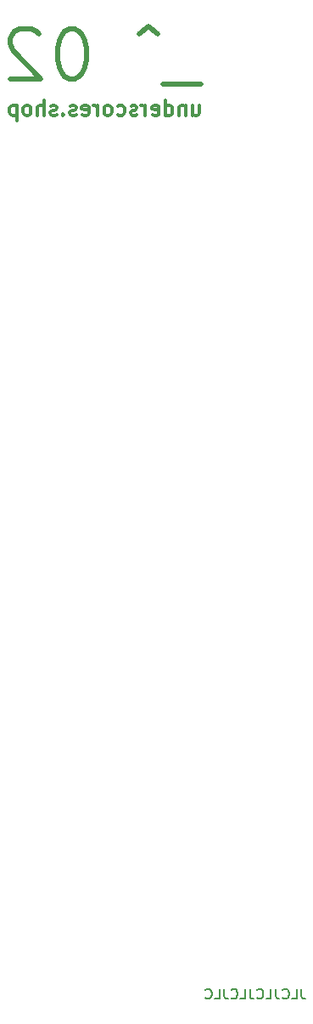
<source format=gbr>
G04 #@! TF.GenerationSoftware,KiCad,Pcbnew,6.0.7*
G04 #@! TF.CreationDate,2022-10-27T17:53:38+13:00*
G04 #@! TF.ProjectId,i_n_c_u_r,695f6e5f-635f-4755-9f72-2e6b69636164,rev?*
G04 #@! TF.SameCoordinates,Original*
G04 #@! TF.FileFunction,Legend,Bot*
G04 #@! TF.FilePolarity,Positive*
%FSLAX46Y46*%
G04 Gerber Fmt 4.6, Leading zero omitted, Abs format (unit mm)*
G04 Created by KiCad (PCBNEW 6.0.7) date 2022-10-27 17:53:38*
%MOMM*%
%LPD*%
G01*
G04 APERTURE LIST*
%ADD10C,0.150000*%
%ADD11C,0.500000*%
%ADD12C,0.300000*%
G04 APERTURE END LIST*
D10*
X163044047Y-138502380D02*
X163044047Y-139216666D01*
X163091666Y-139359523D01*
X163186904Y-139454761D01*
X163329761Y-139502380D01*
X163425000Y-139502380D01*
X162091666Y-139502380D02*
X162567857Y-139502380D01*
X162567857Y-138502380D01*
X161186904Y-139407142D02*
X161234523Y-139454761D01*
X161377380Y-139502380D01*
X161472619Y-139502380D01*
X161615476Y-139454761D01*
X161710714Y-139359523D01*
X161758333Y-139264285D01*
X161805952Y-139073809D01*
X161805952Y-138930952D01*
X161758333Y-138740476D01*
X161710714Y-138645238D01*
X161615476Y-138550000D01*
X161472619Y-138502380D01*
X161377380Y-138502380D01*
X161234523Y-138550000D01*
X161186904Y-138597619D01*
X160472619Y-138502380D02*
X160472619Y-139216666D01*
X160520238Y-139359523D01*
X160615476Y-139454761D01*
X160758333Y-139502380D01*
X160853571Y-139502380D01*
X159520238Y-139502380D02*
X159996428Y-139502380D01*
X159996428Y-138502380D01*
X158615476Y-139407142D02*
X158663095Y-139454761D01*
X158805952Y-139502380D01*
X158901190Y-139502380D01*
X159044047Y-139454761D01*
X159139285Y-139359523D01*
X159186904Y-139264285D01*
X159234523Y-139073809D01*
X159234523Y-138930952D01*
X159186904Y-138740476D01*
X159139285Y-138645238D01*
X159044047Y-138550000D01*
X158901190Y-138502380D01*
X158805952Y-138502380D01*
X158663095Y-138550000D01*
X158615476Y-138597619D01*
X157901190Y-138502380D02*
X157901190Y-139216666D01*
X157948809Y-139359523D01*
X158044047Y-139454761D01*
X158186904Y-139502380D01*
X158282142Y-139502380D01*
X156948809Y-139502380D02*
X157425000Y-139502380D01*
X157425000Y-138502380D01*
X156044047Y-139407142D02*
X156091666Y-139454761D01*
X156234523Y-139502380D01*
X156329761Y-139502380D01*
X156472619Y-139454761D01*
X156567857Y-139359523D01*
X156615476Y-139264285D01*
X156663095Y-139073809D01*
X156663095Y-138930952D01*
X156615476Y-138740476D01*
X156567857Y-138645238D01*
X156472619Y-138550000D01*
X156329761Y-138502380D01*
X156234523Y-138502380D01*
X156091666Y-138550000D01*
X156044047Y-138597619D01*
X155329761Y-138502380D02*
X155329761Y-139216666D01*
X155377380Y-139359523D01*
X155472619Y-139454761D01*
X155615476Y-139502380D01*
X155710714Y-139502380D01*
X154377380Y-139502380D02*
X154853571Y-139502380D01*
X154853571Y-138502380D01*
X153472619Y-139407142D02*
X153520238Y-139454761D01*
X153663095Y-139502380D01*
X153758333Y-139502380D01*
X153901190Y-139454761D01*
X153996428Y-139359523D01*
X154044047Y-139264285D01*
X154091666Y-139073809D01*
X154091666Y-138930952D01*
X154044047Y-138740476D01*
X153996428Y-138645238D01*
X153901190Y-138550000D01*
X153758333Y-138502380D01*
X153663095Y-138502380D01*
X153520238Y-138550000D01*
X153472619Y-138597619D01*
D11*
X153000000Y-48338095D02*
X149190476Y-48338095D01*
X148714285Y-43338095D02*
X147761904Y-42623809D01*
X146809523Y-43338095D01*
X140380952Y-42861904D02*
X139904761Y-42861904D01*
X139428571Y-43100000D01*
X139190476Y-43338095D01*
X138952380Y-43814285D01*
X138714285Y-44766666D01*
X138714285Y-45957142D01*
X138952380Y-46909523D01*
X139190476Y-47385714D01*
X139428571Y-47623809D01*
X139904761Y-47861904D01*
X140380952Y-47861904D01*
X140857142Y-47623809D01*
X141095238Y-47385714D01*
X141333333Y-46909523D01*
X141571428Y-45957142D01*
X141571428Y-44766666D01*
X141333333Y-43814285D01*
X141095238Y-43338095D01*
X140857142Y-43100000D01*
X140380952Y-42861904D01*
X136809523Y-43338095D02*
X136571428Y-43100000D01*
X136095238Y-42861904D01*
X134904761Y-42861904D01*
X134428571Y-43100000D01*
X134190476Y-43338095D01*
X133952380Y-43814285D01*
X133952380Y-44290476D01*
X134190476Y-45004761D01*
X137047619Y-47861904D01*
X133952380Y-47861904D01*
D12*
X152185714Y-50478571D02*
X152185714Y-51478571D01*
X152828571Y-50478571D02*
X152828571Y-51264285D01*
X152757142Y-51407142D01*
X152614285Y-51478571D01*
X152400000Y-51478571D01*
X152257142Y-51407142D01*
X152185714Y-51335714D01*
X151471428Y-50478571D02*
X151471428Y-51478571D01*
X151471428Y-50621428D02*
X151400000Y-50550000D01*
X151257142Y-50478571D01*
X151042857Y-50478571D01*
X150900000Y-50550000D01*
X150828571Y-50692857D01*
X150828571Y-51478571D01*
X149471428Y-51478571D02*
X149471428Y-49978571D01*
X149471428Y-51407142D02*
X149614285Y-51478571D01*
X149900000Y-51478571D01*
X150042857Y-51407142D01*
X150114285Y-51335714D01*
X150185714Y-51192857D01*
X150185714Y-50764285D01*
X150114285Y-50621428D01*
X150042857Y-50550000D01*
X149900000Y-50478571D01*
X149614285Y-50478571D01*
X149471428Y-50550000D01*
X148185714Y-51407142D02*
X148328571Y-51478571D01*
X148614285Y-51478571D01*
X148757142Y-51407142D01*
X148828571Y-51264285D01*
X148828571Y-50692857D01*
X148757142Y-50550000D01*
X148614285Y-50478571D01*
X148328571Y-50478571D01*
X148185714Y-50550000D01*
X148114285Y-50692857D01*
X148114285Y-50835714D01*
X148828571Y-50978571D01*
X147471428Y-51478571D02*
X147471428Y-50478571D01*
X147471428Y-50764285D02*
X147400000Y-50621428D01*
X147328571Y-50550000D01*
X147185714Y-50478571D01*
X147042857Y-50478571D01*
X146614285Y-51407142D02*
X146471428Y-51478571D01*
X146185714Y-51478571D01*
X146042857Y-51407142D01*
X145971428Y-51264285D01*
X145971428Y-51192857D01*
X146042857Y-51050000D01*
X146185714Y-50978571D01*
X146400000Y-50978571D01*
X146542857Y-50907142D01*
X146614285Y-50764285D01*
X146614285Y-50692857D01*
X146542857Y-50550000D01*
X146400000Y-50478571D01*
X146185714Y-50478571D01*
X146042857Y-50550000D01*
X144685714Y-51407142D02*
X144828571Y-51478571D01*
X145114285Y-51478571D01*
X145257142Y-51407142D01*
X145328571Y-51335714D01*
X145400000Y-51192857D01*
X145400000Y-50764285D01*
X145328571Y-50621428D01*
X145257142Y-50550000D01*
X145114285Y-50478571D01*
X144828571Y-50478571D01*
X144685714Y-50550000D01*
X143828571Y-51478571D02*
X143971428Y-51407142D01*
X144042857Y-51335714D01*
X144114285Y-51192857D01*
X144114285Y-50764285D01*
X144042857Y-50621428D01*
X143971428Y-50550000D01*
X143828571Y-50478571D01*
X143614285Y-50478571D01*
X143471428Y-50550000D01*
X143400000Y-50621428D01*
X143328571Y-50764285D01*
X143328571Y-51192857D01*
X143400000Y-51335714D01*
X143471428Y-51407142D01*
X143614285Y-51478571D01*
X143828571Y-51478571D01*
X142685714Y-51478571D02*
X142685714Y-50478571D01*
X142685714Y-50764285D02*
X142614285Y-50621428D01*
X142542857Y-50550000D01*
X142400000Y-50478571D01*
X142257142Y-50478571D01*
X141185714Y-51407142D02*
X141328571Y-51478571D01*
X141614285Y-51478571D01*
X141757142Y-51407142D01*
X141828571Y-51264285D01*
X141828571Y-50692857D01*
X141757142Y-50550000D01*
X141614285Y-50478571D01*
X141328571Y-50478571D01*
X141185714Y-50550000D01*
X141114285Y-50692857D01*
X141114285Y-50835714D01*
X141828571Y-50978571D01*
X140542857Y-51407142D02*
X140400000Y-51478571D01*
X140114285Y-51478571D01*
X139971428Y-51407142D01*
X139900000Y-51264285D01*
X139900000Y-51192857D01*
X139971428Y-51050000D01*
X140114285Y-50978571D01*
X140328571Y-50978571D01*
X140471428Y-50907142D01*
X140542857Y-50764285D01*
X140542857Y-50692857D01*
X140471428Y-50550000D01*
X140328571Y-50478571D01*
X140114285Y-50478571D01*
X139971428Y-50550000D01*
X139257142Y-51335714D02*
X139185714Y-51407142D01*
X139257142Y-51478571D01*
X139328571Y-51407142D01*
X139257142Y-51335714D01*
X139257142Y-51478571D01*
X138614285Y-51407142D02*
X138471428Y-51478571D01*
X138185714Y-51478571D01*
X138042857Y-51407142D01*
X137971428Y-51264285D01*
X137971428Y-51192857D01*
X138042857Y-51050000D01*
X138185714Y-50978571D01*
X138400000Y-50978571D01*
X138542857Y-50907142D01*
X138614285Y-50764285D01*
X138614285Y-50692857D01*
X138542857Y-50550000D01*
X138400000Y-50478571D01*
X138185714Y-50478571D01*
X138042857Y-50550000D01*
X137328571Y-51478571D02*
X137328571Y-49978571D01*
X136685714Y-51478571D02*
X136685714Y-50692857D01*
X136757142Y-50550000D01*
X136900000Y-50478571D01*
X137114285Y-50478571D01*
X137257142Y-50550000D01*
X137328571Y-50621428D01*
X135757142Y-51478571D02*
X135900000Y-51407142D01*
X135971428Y-51335714D01*
X136042857Y-51192857D01*
X136042857Y-50764285D01*
X135971428Y-50621428D01*
X135900000Y-50550000D01*
X135757142Y-50478571D01*
X135542857Y-50478571D01*
X135400000Y-50550000D01*
X135328571Y-50621428D01*
X135257142Y-50764285D01*
X135257142Y-51192857D01*
X135328571Y-51335714D01*
X135400000Y-51407142D01*
X135542857Y-51478571D01*
X135757142Y-51478571D01*
X134614285Y-50478571D02*
X134614285Y-51978571D01*
X134614285Y-50550000D02*
X134471428Y-50478571D01*
X134185714Y-50478571D01*
X134042857Y-50550000D01*
X133971428Y-50621428D01*
X133900000Y-50764285D01*
X133900000Y-51192857D01*
X133971428Y-51335714D01*
X134042857Y-51407142D01*
X134185714Y-51478571D01*
X134471428Y-51478571D01*
X134614285Y-51407142D01*
M02*

</source>
